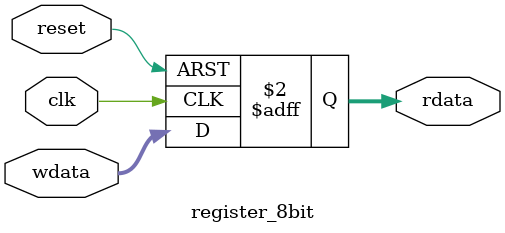
<source format=sv>
`timescale 1ns / 1ps


module register_8bit (

    input              clk,
    input              reset,
    input  logic [7:0] wdata,
    output logic [7:0] rdata
);

    always_ff @(posedge clk, posedge reset) begin
        if (reset) begin
            rdata <= 0;
        end else begin
            rdata <= wdata;
        end
    end
endmodule

</source>
